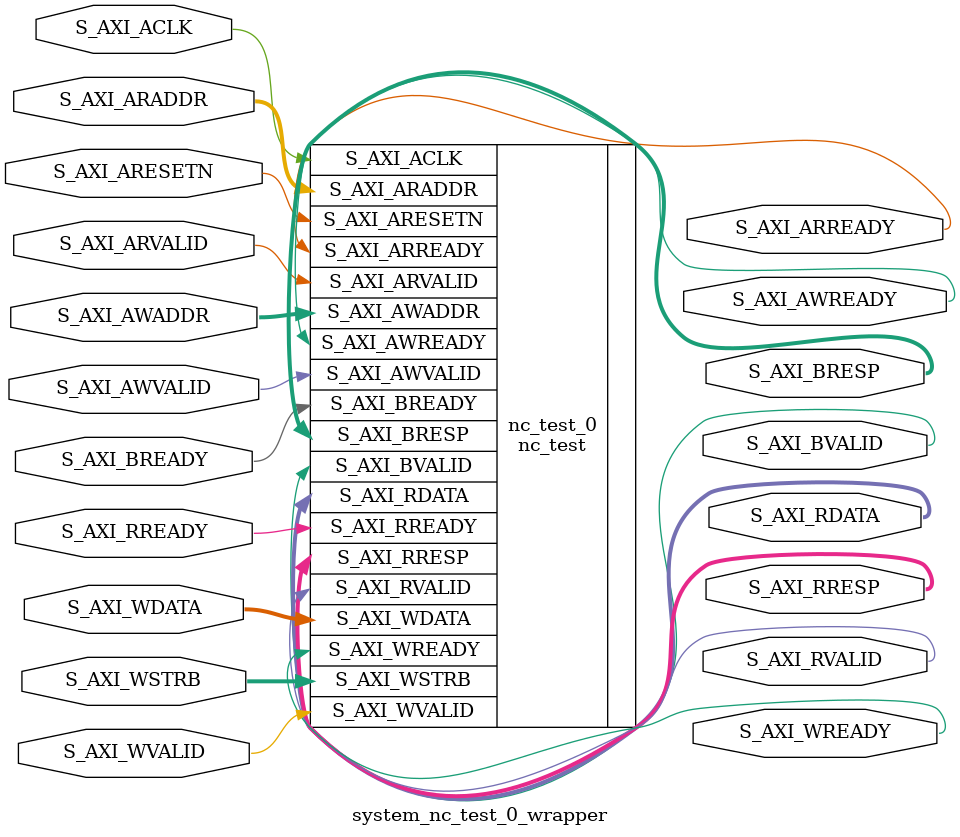
<source format=v>

module system_nc_test_0_wrapper
  (
    S_AXI_ACLK,
    S_AXI_ARESETN,
    S_AXI_AWADDR,
    S_AXI_AWVALID,
    S_AXI_WDATA,
    S_AXI_WSTRB,
    S_AXI_WVALID,
    S_AXI_BREADY,
    S_AXI_ARADDR,
    S_AXI_ARVALID,
    S_AXI_RREADY,
    S_AXI_ARREADY,
    S_AXI_RDATA,
    S_AXI_RRESP,
    S_AXI_RVALID,
    S_AXI_WREADY,
    S_AXI_BRESP,
    S_AXI_BVALID,
    S_AXI_AWREADY
  );
  input S_AXI_ACLK;
  input S_AXI_ARESETN;
  input [31:0] S_AXI_AWADDR;
  input S_AXI_AWVALID;
  input [31:0] S_AXI_WDATA;
  input [3:0] S_AXI_WSTRB;
  input S_AXI_WVALID;
  input S_AXI_BREADY;
  input [31:0] S_AXI_ARADDR;
  input S_AXI_ARVALID;
  input S_AXI_RREADY;
  output S_AXI_ARREADY;
  output [31:0] S_AXI_RDATA;
  output [1:0] S_AXI_RRESP;
  output S_AXI_RVALID;
  output S_AXI_WREADY;
  output [1:0] S_AXI_BRESP;
  output S_AXI_BVALID;
  output S_AXI_AWREADY;

  nc_test
    #(
      .C_S_AXI_DATA_WIDTH ( 32 ),
      .C_S_AXI_ADDR_WIDTH ( 32 ),
      .C_S_AXI_MIN_SIZE ( 32'h000001ff ),
      .C_USE_WSTRB ( 0 ),
      .C_DPHASE_TIMEOUT ( 8 ),
      .C_BASEADDR ( 32'h7a800000 ),
      .C_HIGHADDR ( 32'h7a80ffff ),
      .C_FAMILY ( "spartan6" ),
      .C_NUM_REG ( 1 ),
      .C_NUM_MEM ( 1 ),
      .C_SLV_AWIDTH ( 32 ),
      .C_SLV_DWIDTH ( 32 )
    )
    nc_test_0 (
      .S_AXI_ACLK ( S_AXI_ACLK ),
      .S_AXI_ARESETN ( S_AXI_ARESETN ),
      .S_AXI_AWADDR ( S_AXI_AWADDR ),
      .S_AXI_AWVALID ( S_AXI_AWVALID ),
      .S_AXI_WDATA ( S_AXI_WDATA ),
      .S_AXI_WSTRB ( S_AXI_WSTRB ),
      .S_AXI_WVALID ( S_AXI_WVALID ),
      .S_AXI_BREADY ( S_AXI_BREADY ),
      .S_AXI_ARADDR ( S_AXI_ARADDR ),
      .S_AXI_ARVALID ( S_AXI_ARVALID ),
      .S_AXI_RREADY ( S_AXI_RREADY ),
      .S_AXI_ARREADY ( S_AXI_ARREADY ),
      .S_AXI_RDATA ( S_AXI_RDATA ),
      .S_AXI_RRESP ( S_AXI_RRESP ),
      .S_AXI_RVALID ( S_AXI_RVALID ),
      .S_AXI_WREADY ( S_AXI_WREADY ),
      .S_AXI_BRESP ( S_AXI_BRESP ),
      .S_AXI_BVALID ( S_AXI_BVALID ),
      .S_AXI_AWREADY ( S_AXI_AWREADY )
    );

endmodule


</source>
